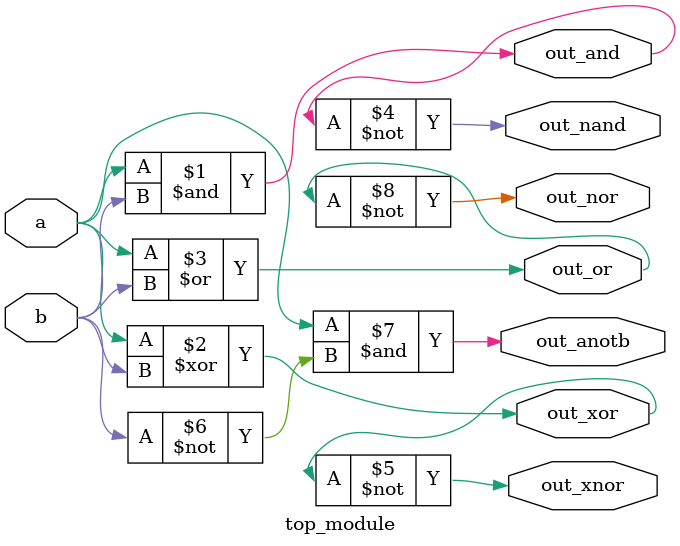
<source format=v>
module top_module( 
    input a, b,
    output out_and,
    output out_or,
    output out_xor,
    output out_nand,
    output out_nor,
    output out_xnor,
    output out_anotb
);
    
    assign out_and = a&b;
    assign out_xor = a^b;
    assign out_or = a|b;
    assign out_nand = ~out_and;
    assign out_xnor = ~out_xor;
    assign out_anotb = a&~b;
    assign out_nor = ~out_or;

endmodule


</source>
